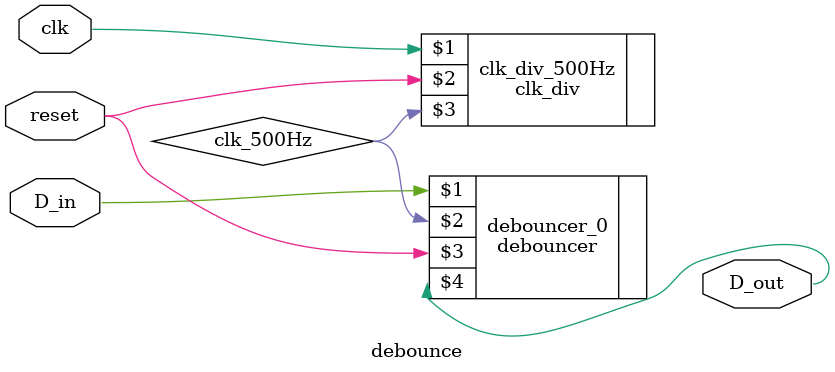
<source format=v>
`timescale 1ns / 1ps

module debounce(
    input   clk,
    input   reset,
    input   D_in,
    output  D_out
    );
    
    wire clk_500Hz;
    // module clk_div (clk_in, reset, clk_out);
    clk_div clk_div_500Hz (clk, reset, clk_500Hz);
    
    /*
    module debouncer(
        input D_in,
        input clk_in,
        input reset,
        output D_out
        );
    */
    debouncer debouncer_0(D_in, clk_500Hz, reset, D_out);
endmodule

</source>
